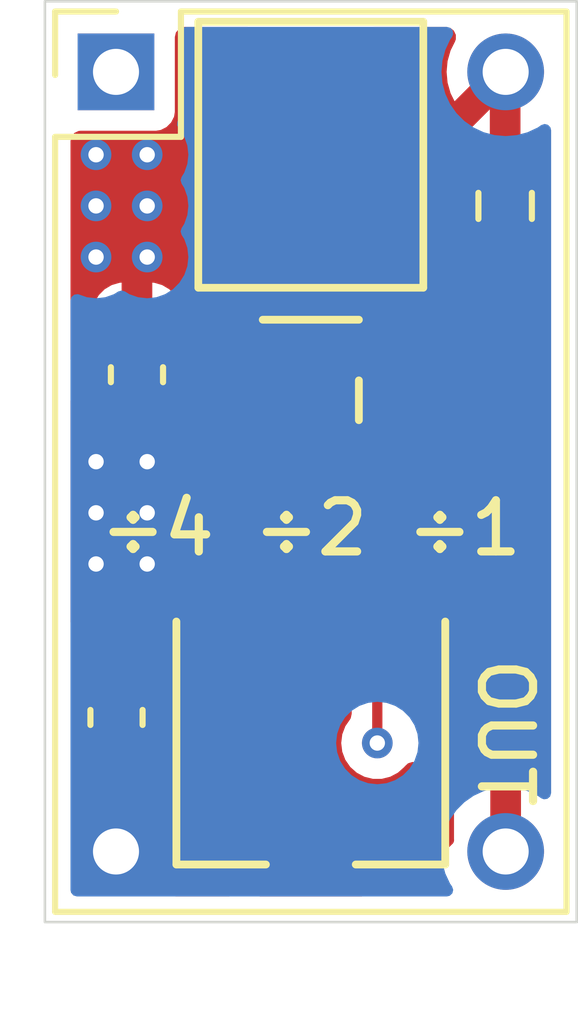
<source format=kicad_pcb>
(kicad_pcb (version 20240108) (generator "pcbnew") (generator_version "8.0")
  (layers (0 "F.Cu" signal) (1 "In1.Cu" signal) (2 "In2.Cu" signal) (31 "B.Cu" signal) (34 "B.Paste" user) (35 "F.Paste" user) (36 "B.SilkS" user "B.Silkscreen") (37 "F.SilkS" user "F.Silkscreen") (38 "B.Mask" user) (39 "F.Mask" user) (44 "Edge.Cuts" user))
  (net 0 "")
  (net 1 "Net-(C1-Pad1)")
  (net 2 "GND")
  (net 3 "+5V")
  (net 5 "Net-(R1-Pad2)")
  (net 7 "/OUT")
  (net 8 "/SET")
  (net 9 "/DIV")
  (footprint "Library:S_5_ADI" (layer "F.Cu") (at 105.2 107.8)
    (property "Reference" "U1" (hide yes))
    (property "Value" "LTC6905")
    (fp_line (start 0.9398 -1.5748) (end -0.9398 -1.5748) (stroke (width 0.1524)) (layer "F.SilkS"))
    (fp_line (start 0.9398 0.388661) (end 0.9398 -0.388661) (stroke (width 0.1524)) (layer "F.SilkS"))
    (pad "1" smd rect (at -1.31 -0.95) (size 1.22 0.62) (layers "F.Cu" "F.Paste" "F.Mask") (net 3 "+5V"))
    (pad "2" smd rect (at -1.31 0) (size 1.22 0.62) (layers "F.Cu" "F.Paste" "F.Mask") (net 2 "GND"))
    (pad "3" smd rect (at -1.31 0.95) (size 1.22 0.62) (layers "F.Cu" "F.Paste" "F.Mask") (net 8 "/SET"))
    (pad "4" smd rect (at 1.31 0.95) (size 1.22 0.62) (layers "F.Cu" "F.Paste" "F.Mask") (net 9 "/DIV"))
    (pad "5" smd rect (at 1.31 -0.95) (size 1.22 0.62) (layers "F.Cu" "F.Paste" "F.Mask") (net 7 "/OUT"))
  )
  (footprint "Capacitor_SMD:C_0603_1608Metric_Pad1.08x0.95mm_HandSolder" (layer "F.Cu") (at 101.4 114 -90)
    (property "Reference" "C1" (hide yes))
    (property "Value" "1n")
    (fp_line (start -0.146267 0.51) (end 0.146267 0.51) (stroke (width 0.12)) (layer "F.SilkS"))
    (fp_line (start -0.146267 -0.51) (end 0.146267 -0.51) (stroke (width 0.12)) (layer "F.SilkS"))
    (pad "1" smd roundrect (at -0.8625 0 270) (size 1.075 0.95) (layers "F.Cu" "F.Paste" "F.Mask") (net 1 "Net-(C1-Pad1)"))
    (pad "2" smd roundrect (at 0.8625 0 270) (size 1.075 0.95) (layers "F.Cu" "F.Paste" "F.Mask") (net 2 "GND"))
  )
  (footprint "Library:PinHeader_2x07_4pop_P2.54mmX7.62mm_Vertical" (layer "F.Cu") (at 105.2 109)
    (property "Reference" "J1" (hide yes))
    (property "Value" "Conn_01x04")
    (fp_line (start -5 -8.8) (end -3.81 -8.8) (stroke (width 0.12)) (layer "F.SilkS"))
    (fp_line (start -5 -7.56) (end -5 -8.8) (stroke (width 0.12)) (layer "F.SilkS"))
    (fp_line (start -5 -6.35) (end -5 8.8) (stroke (width 0.12)) (layer "F.SilkS"))
    (fp_line (start -5 -6.35) (end -2.54 -6.35) (stroke (width 0.12)) (layer "F.SilkS"))
    (fp_line (start -5 8.8) (end 5 8.8) (stroke (width 0.12)) (layer "F.SilkS"))
    (fp_line (start -2.54 -8.8) (end 5 -8.8) (stroke (width 0.12)) (layer "F.SilkS"))
    (fp_line (start -2.54 -6.35) (end -2.54 -8.8) (stroke (width 0.12)) (layer "F.SilkS"))
    (fp_line (start 5 -8.8) (end 5 8.8) (stroke (width 0.12)) (layer "F.SilkS"))
    (pad "1" thru_hole rect (at -3.81 -7.62) (size 1.5 1.5) (drill 0.9) (layers "*.Cu" "*.Mask"))
    (pad "2" thru_hole circle (at -3.81 7.62) (size 1.5 1.5) (drill 0.9) (layers "*.Cu" "*.Mask") (net 2 "GND"))
    (pad "3" thru_hole circle (at 3.81 7.62) (size 1.5 1.5) (drill 0.9) (layers "*.Cu" "*.Mask") (net 7 "/OUT"))
    (pad "4" thru_hole circle (at 3.81 -7.62) (size 1.5 1.5) (drill 0.9) (layers "*.Cu" "*.Mask") (net 3 "+5V"))
  )
  (footprint "Library:CS-4-13NA_NDC" (layer "F.Cu") (at 105.2 114.5 180)
    (property "Reference" "SW1" (hide yes))
    (property "Value" "CS-4-13")
    (fp_line (start 2.6289 -2.3749) (end 2.6289 2.3749) (stroke (width 0.1524)) (layer "F.SilkS"))
    (fp_line (start 2.6289 -2.3749) (end 0.87884 -2.3749) (stroke (width 0.1524)) (layer "F.SilkS"))
    (fp_line (start -0.87884 -2.3749) (end -2.6289 -2.3749) (stroke (width 0.1524)) (layer "F.SilkS"))
    (fp_line (start -2.6289 -2.3749) (end -2.6289 2.3749) (stroke (width 0.1524)) (layer "F.SilkS"))
    (pad "1" smd rect (at -1.3 2.25 180) (size 0.6 1.5) (layers "F.Cu" "F.Paste" "F.Mask") (net 3 "+5V"))
    (pad "2" smd rect (at 0 2.25 180) (size 0.6 1.5) (layers "F.Cu" "F.Paste" "F.Mask") (net 1 "Net-(C1-Pad1)"))
    (pad "3" smd rect (at 1.3 2.25 180) (size 0.6 1.5) (layers "F.Cu" "F.Paste" "F.Mask") (net 2 "GND"))
    (pad "4" smd rect (at 0 -2.25 180) (size 2 1.5) (layers "F.Cu" "F.Paste" "F.Mask") (net 9 "/DIV"))
  )
  (footprint "Library:SM-3W" (layer "F.Cu") (at 105.2 103)
    (property "Reference" "RV1" (hide yes))
    (property "Value" "PV36")
    (fp_line (start -2.2 -2.6) (end -2.2 2.6) (stroke (width 0.15)) (layer "F.SilkS"))
    (fp_line (start -2.2 2.6) (end 2.2 2.6) (stroke (width 0.15)) (layer "F.SilkS"))
    (fp_line (start 2.2 -2.6) (end -2.2 -2.6) (stroke (width 0.15)) (layer "F.SilkS"))
    (fp_line (start 2.2 2.6) (end 2.2 -2.6) (stroke (width 0.15)) (layer "F.SilkS"))
    (pad "1" smd rect (at -1.4 1.56) (size 0.9 1.6) (layers "F.Cu" "F.Paste" "F.Mask"))
    (pad "2" smd rect (at 0 -1.56) (size 1.3 1.6) (layers "F.Cu" "F.Paste" "F.Mask") (net 5 "Net-(R1-Pad2)"))
    (pad "3" smd rect (at 1.4 1.56) (size 0.9 1.6) (layers "F.Cu" "F.Paste" "F.Mask") (net 8 "/SET"))
  )
  (footprint "Resistor_SMD:R_0603_1608Metric_Pad0.98x0.95mm_HandSolder" (layer "F.Cu") (at 109 104 -90)
    (property "Reference" "R1" (hide yes))
    (property "Value" "10K")
    (fp_line (start -0.254724 0.5225) (end 0.254724 0.5225) (stroke (width 0.12)) (layer "F.SilkS"))
    (fp_line (start -0.254724 -0.5225) (end 0.254724 -0.5225) (stroke (width 0.12)) (layer "F.SilkS"))
    (pad "1" smd roundrect (at -0.9125 0 270) (size 0.975 0.95) (layers "F.Cu" "F.Paste" "F.Mask") (net 3 "+5V"))
    (pad "2" smd roundrect (at 0.9125 0 270) (size 0.975 0.95) (layers "F.Cu" "F.Paste" "F.Mask") (net 5 "Net-(R1-Pad2)"))
  )
  (footprint "Capacitor_SMD:C_0603_1608Metric_Pad1.08x0.95mm_HandSolder" (layer "F.Cu") (at 101.8 107.3 -90)
    (property "Reference" "C2" (hide yes))
    (property "Value" "0.1u")
    (fp_line (start -0.146267 0.51) (end 0.146267 0.51) (stroke (width 0.12)) (layer "F.SilkS"))
    (fp_line (start -0.146267 -0.51) (end 0.146267 -0.51) (stroke (width 0.12)) (layer "F.SilkS"))
    (pad "1" smd roundrect (at -0.8625 0 270) (size 1.075 0.95) (layers "F.Cu" "F.Paste" "F.Mask") (net 3 "+5V"))
    (pad "2" smd roundrect (at 0.8625 0 270) (size 1.075 0.95) (layers "F.Cu" "F.Paste" "F.Mask") (net 2 "GND"))
  )
  (gr_rect (start 100 100) (end 110.4 118) (stroke (width 0.05)) (fill none) (layer "Edge.Cuts"))
  (gr_text "÷4" (at 102.2 110.3 0) (layer "F.SilkS") (effects (font (size 1 1) (thickness 0.16))))
  (gr_text "OUT" (at 109 114.3 -90) (layer "F.SilkS") (effects (font (size 1 1) (thickness 0.16))))
  (gr_text "÷1" (at 108.2 110.3 0) (layer "F.SilkS") (effects (font (size 1 1) (thickness 0.16))))
  (gr_text "÷2" (at 105.2 110.3 0) (layer "F.SilkS") (effects (font (size 1 1) (thickness 0.16))))
  (segment (start 104.3 113.6) (end 101.8625 113.6) (width 0.2) (layer "F.Cu") (net 1))
  (segment (start 105.2 112.25) (end 105.2 112.7) (width 0.2) (layer "F.Cu") (net 1))
  (segment (start 101.8625 113.6) (end 101.4 113.1375) (width 0.2) (layer "F.Cu") (net 1))
  (segment (start 105.2 112.7) (end 104.3 113.6) (width 0.2) (layer "F.Cu") (net 1))
  (segment (start 103.89 107.8) (end 102.1625 107.8) (width 0.6) (layer "F.Cu") (net 2))
  (segment (start 101.4 116.61) (end 101.39 116.62) (width 0.2) (layer "F.Cu") (net 2))
  (segment (start 102.1625 107.8) (end 101.8 108.1625) (width 0.6) (layer "F.Cu") (net 2))
  (via (at 102 109) (size 0.6) (drill 0.3) (layers "F.Cu" "B.Cu") (net 2))
  (via (at 101 111) (size 0.6) (drill 0.3) (layers "F.Cu" "B.Cu") (net 2))
  (via (at 101 110) (size 0.6) (drill 0.3) (layers "F.Cu" "B.Cu") (net 2))
  (via (at 102 110) (size 0.6) (drill 0.3) (layers "F.Cu" "B.Cu") (net 2))
  (via (at 102 111) (size 0.6) (drill 0.3) (layers "F.Cu" "B.Cu") (net 2))
  (via (at 101 109) (size 0.6) (drill 0.3) (layers "F.Cu" "B.Cu") (net 2))
  (segment (start 103.89 106.85) (end 103.44 106.4) (width 0.6) (layer "F.Cu") (net 3))
  (segment (start 101.8375 106.4) (end 101.8 106.4375) (width 0.2) (layer "F.Cu") (net 3))
  (segment (start 109 101.39) (end 109.01 101.38) (width 0.2) (layer "F.Cu") (net 3))
  (segment (start 106.5 112.25) (end 106.5 114.5) (width 0.2) (layer "F.Cu") (net 3))
  (segment (start 109 103.0875) (end 109 101.39) (width 0.6) (layer "F.Cu") (net 3))
  (segment (start 103.44 106.4) (end 101.8375 106.4) (width 0.6) (layer "F.Cu") (net 3))
  (via (at 101 103) (size 0.6) (drill 0.3) (layers "F.Cu" "B.Cu") (net 3))
  (via (at 101 105) (size 0.6) (drill 0.3) (layers "F.Cu" "B.Cu") (net 3))
  (via (at 106.5 114.5) (size 0.6) (drill 0.3) (layers "F.Cu" "B.Cu") (net 3))
  (via (at 102 105) (size 0.6) (drill 0.3) (layers "F.Cu" "B.Cu") (net 3))
  (via (at 102 103) (size 0.6) (drill 0.3) (layers "F.Cu" "B.Cu") (net 3))
  (via (at 101 104) (size 0.6) (drill 0.3) (layers "F.Cu" "B.Cu") (net 3))
  (via (at 102 104) (size 0.6) (drill 0.3) (layers "F.Cu" "B.Cu") (net 3))
  (segment (start 109 104.9) (end 105.54 101.44) (width 0.2) (layer "F.Cu") (net 5))
  (segment (start 109 104.9125) (end 109 104.9) (width 0.2) (layer "F.Cu") (net 5))
  (segment (start 105.54 101.44) (end 105.2 101.44) (width 0.2) (layer "F.Cu") (net 5))
  (segment (start 108.15 106.85) (end 109.01 107.71) (width 0.6) (layer "F.Cu") (net 7))
  (segment (start 106.51 106.85) (end 108.15 106.85) (width 0.6) (layer "F.Cu") (net 7))
  (segment (start 109.01 107.71) (end 109.01 116.62) (width 0.6) (layer "F.Cu") (net 7))
  (segment (start 105.54 104.56) (end 106.6 104.56) (width 0.2) (layer "F.Cu") (net 8))
  (segment (start 105.2 104.9) (end 105.54 104.56) (width 0.2) (layer "F.Cu") (net 8))
  (segment (start 105.2 108.4) (end 105.2 104.9) (width 0.2) (layer "F.Cu") (net 8))
  (segment (start 104.85 108.75) (end 105.2 108.4) (width 0.2) (layer "F.Cu") (net 8))
  (segment (start 103.89 108.75) (end 104.85 108.75) (width 0.2) (layer "F.Cu") (net 8))
  (segment (start 107.9 109.1) (end 107.9 116.4) (width 0.2) (layer "F.Cu") (net 9))
  (segment (start 106.51 108.75) (end 107.55 108.75) (width 0.2) (layer "F.Cu") (net 9))
  (segment (start 107.9 116.4) (end 107.55 116.75) (width 0.2) (layer "F.Cu") (net 9))
  (segment (start 107.55 116.75) (end 105.2 116.75) (width 0.2) (layer "F.Cu") (net 9))
  (segment (start 107.55 108.75) (end 107.9 109.1) (width 0.2) (layer "F.Cu") (net 9))
  (zone (net 3) (net_name "+5V") (layer "F.Cu") (priority 4) (connect_pads (clearance 0.4)) (min_thickness 0.4) (fill yes (thermal_gap 0.4) (thermal_bridge_width 0.6))
    (polygon (pts (xy 100 100) (xy 110.4 100) (xy 110.4 107.2) (xy 100 107.2)))
  )
  (zone (net 2) (net_name "GND") (layer "F.Cu") (priority 3) (connect_pads (clearance 0.4)) (min_thickness 0.4) (fill yes (thermal_gap 0.4) (thermal_bridge_width 0.6))
    (polygon (pts (xy 100 107.4) (xy 110.4 107.4) (xy 110.4 118) (xy 100 118)))
  )
  (zone (net 2) (net_name "GND") (layer "B.Cu") (priority 2) (connect_pads yes (clearance 0.5)) (min_thickness 0.25) (fill yes (thermal_gap 0.5) (thermal_bridge_width 0.5))
    (polygon (pts (xy 100 100) (xy 110.4 100) (xy 110.4 118) (xy 100 118)))
  )
)
</source>
